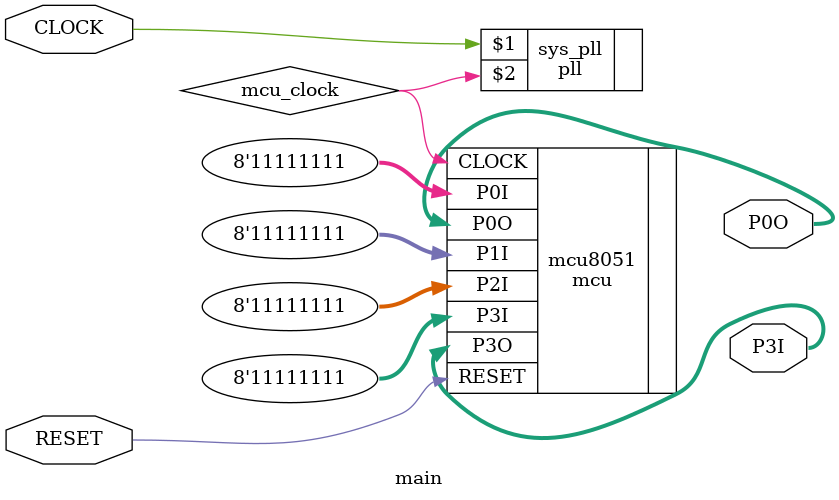
<source format=v>
module main(
	input	CLOCK, RESET,
	output	[7:0] P3I,
	output	[7:0] P0O
);
	wire mcu_clock;
	
	pll sys_pll(CLOCK, mcu_clock);
	
	mcu mcu8051(
		.CLOCK(mcu_clock),
		.RESET(RESET),
		.P0I({8{1'b1}}),	.P1I({8{1'b1}}),	.P2I({8{1'b1}}),	.P3I({8{1'b1}}),
		.P0O(P0O),.P3O(P3I)
	);
endmodule

</source>
